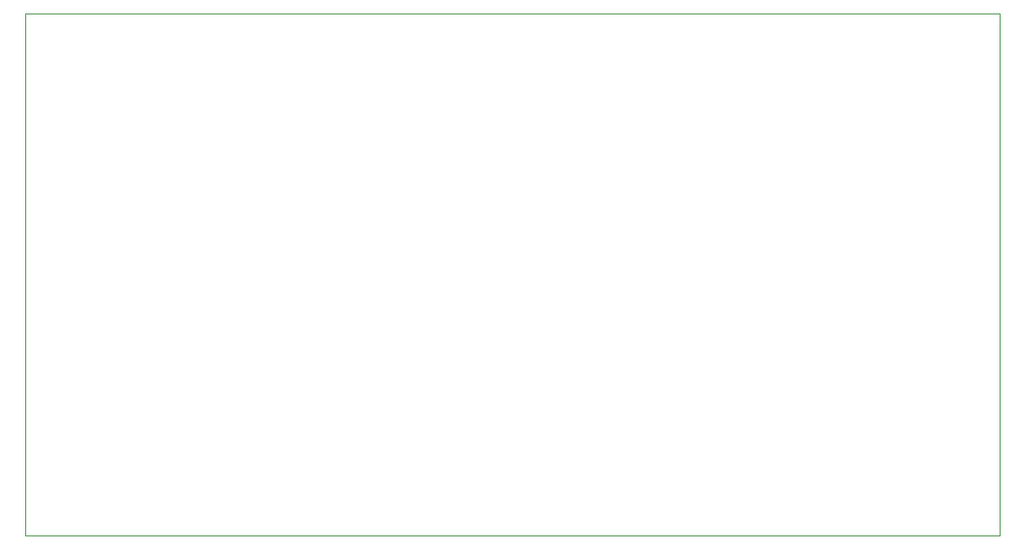
<source format=gbr>
%TF.GenerationSoftware,KiCad,Pcbnew,(6.0.9)*%
%TF.CreationDate,2023-10-13T22:04:35+03:00*%
%TF.ProjectId,ULV,554c562e-6b69-4636-9164-5f7063625858,rev?*%
%TF.SameCoordinates,Original*%
%TF.FileFunction,Profile,NP*%
%FSLAX46Y46*%
G04 Gerber Fmt 4.6, Leading zero omitted, Abs format (unit mm)*
G04 Created by KiCad (PCBNEW (6.0.9)) date 2023-10-13 22:04:35*
%MOMM*%
%LPD*%
G01*
G04 APERTURE LIST*
%TA.AperFunction,Profile*%
%ADD10C,0.100000*%
%TD*%
G04 APERTURE END LIST*
D10*
X170180000Y-122174000D02*
X78740000Y-122174000D01*
X170180000Y-73152000D02*
X170180000Y-122174000D01*
X170180000Y-73152000D02*
X78740000Y-73152000D01*
X78740000Y-73152000D02*
X78740000Y-122174000D01*
M02*

</source>
